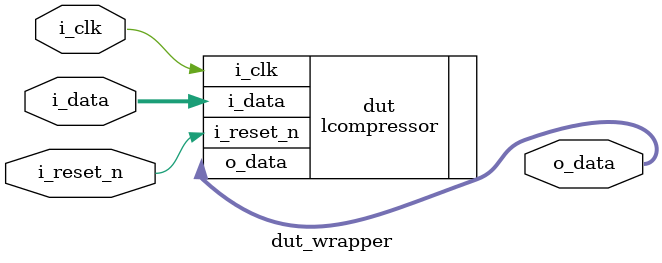
<source format=sv>
`timescale 1ps/1ps

module dut_wrapper(
    input wire i_clk,
    input wire i_reset_n,
    input wire [7:0] i_data,
    output wire [7:0] o_data
);

lcompressor dut (
    .i_clk(i_clk),
    .i_reset_n(i_reset_n),
    .i_data(i_data),
    .o_data(o_data)
);

endmodule
</source>
